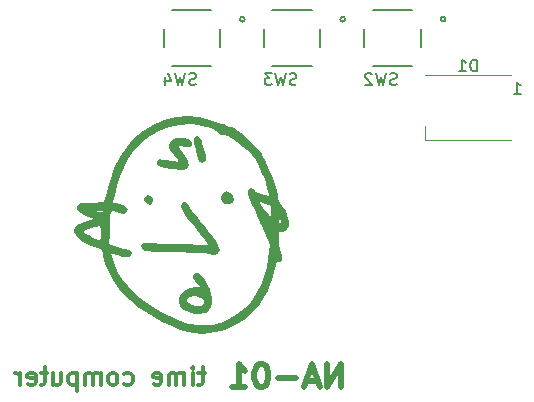
<source format=gbr>
G04 #@! TF.GenerationSoftware,KiCad,Pcbnew,(5.99.0-8454-g713af6630f)*
G04 #@! TF.CreationDate,2021-06-14T20:06:33-07:00*
G04 #@! TF.ProjectId,MFW007B,4d465730-3037-4422-9e6b-696361645f70,1*
G04 #@! TF.SameCoordinates,Original*
G04 #@! TF.FileFunction,Legend,Bot*
G04 #@! TF.FilePolarity,Positive*
%FSLAX46Y46*%
G04 Gerber Fmt 4.6, Leading zero omitted, Abs format (unit mm)*
G04 Created by KiCad (PCBNEW (5.99.0-8454-g713af6630f)) date 2021-06-14 20:06:33*
%MOMM*%
%LPD*%
G01*
G04 APERTURE LIST*
%ADD10C,0.500000*%
%ADD11C,0.300000*%
%ADD12C,0.150000*%
%ADD13C,0.120000*%
%ADD14C,0.152400*%
%ADD15R,1.700000X1.700000*%
%ADD16O,1.700000X1.700000*%
%ADD17C,2.700000*%
%ADD18C,0.650000*%
%ADD19O,2.216000X1.108000*%
%ADD20C,2.800000*%
%ADD21C,1.398000*%
%ADD22C,3.200000*%
%ADD23C,2.550000*%
%ADD24R,1.500000X1.000000*%
%ADD25R,1.549400X0.990600*%
G04 APERTURE END LIST*
D10*
X158121428Y-111804761D02*
X158121428Y-109804761D01*
X156978571Y-111804761D01*
X156978571Y-109804761D01*
X156121428Y-111233333D02*
X155169047Y-111233333D01*
X156311904Y-111804761D02*
X155645238Y-109804761D01*
X154978571Y-111804761D01*
X154311904Y-111042857D02*
X152788095Y-111042857D01*
X151454761Y-109804761D02*
X151264285Y-109804761D01*
X151073809Y-109900000D01*
X150978571Y-109995238D01*
X150883333Y-110185714D01*
X150788095Y-110566666D01*
X150788095Y-111042857D01*
X150883333Y-111423809D01*
X150978571Y-111614285D01*
X151073809Y-111709523D01*
X151264285Y-111804761D01*
X151454761Y-111804761D01*
X151645238Y-111709523D01*
X151740476Y-111614285D01*
X151835714Y-111423809D01*
X151930952Y-111042857D01*
X151930952Y-110566666D01*
X151835714Y-110185714D01*
X151740476Y-109995238D01*
X151645238Y-109900000D01*
X151454761Y-109804761D01*
X148883333Y-111804761D02*
X150026190Y-111804761D01*
X149454761Y-111804761D02*
X149454761Y-109804761D01*
X149645238Y-110090476D01*
X149835714Y-110280952D01*
X150026190Y-110376190D01*
D11*
X146621428Y-110578571D02*
X146050000Y-110578571D01*
X146407142Y-110078571D02*
X146407142Y-111364285D01*
X146335714Y-111507142D01*
X146192857Y-111578571D01*
X146050000Y-111578571D01*
X145550000Y-111578571D02*
X145550000Y-110578571D01*
X145550000Y-110078571D02*
X145621428Y-110150000D01*
X145550000Y-110221428D01*
X145478571Y-110150000D01*
X145550000Y-110078571D01*
X145550000Y-110221428D01*
X144835714Y-111578571D02*
X144835714Y-110578571D01*
X144835714Y-110721428D02*
X144764285Y-110650000D01*
X144621428Y-110578571D01*
X144407142Y-110578571D01*
X144264285Y-110650000D01*
X144192857Y-110792857D01*
X144192857Y-111578571D01*
X144192857Y-110792857D02*
X144121428Y-110650000D01*
X143978571Y-110578571D01*
X143764285Y-110578571D01*
X143621428Y-110650000D01*
X143550000Y-110792857D01*
X143550000Y-111578571D01*
X142264285Y-111507142D02*
X142407142Y-111578571D01*
X142692857Y-111578571D01*
X142835714Y-111507142D01*
X142907142Y-111364285D01*
X142907142Y-110792857D01*
X142835714Y-110650000D01*
X142692857Y-110578571D01*
X142407142Y-110578571D01*
X142264285Y-110650000D01*
X142192857Y-110792857D01*
X142192857Y-110935714D01*
X142907142Y-111078571D01*
X139764285Y-111507142D02*
X139907142Y-111578571D01*
X140192857Y-111578571D01*
X140335714Y-111507142D01*
X140407142Y-111435714D01*
X140478571Y-111292857D01*
X140478571Y-110864285D01*
X140407142Y-110721428D01*
X140335714Y-110650000D01*
X140192857Y-110578571D01*
X139907142Y-110578571D01*
X139764285Y-110650000D01*
X138907142Y-111578571D02*
X139050000Y-111507142D01*
X139121428Y-111435714D01*
X139192857Y-111292857D01*
X139192857Y-110864285D01*
X139121428Y-110721428D01*
X139050000Y-110650000D01*
X138907142Y-110578571D01*
X138692857Y-110578571D01*
X138550000Y-110650000D01*
X138478571Y-110721428D01*
X138407142Y-110864285D01*
X138407142Y-111292857D01*
X138478571Y-111435714D01*
X138550000Y-111507142D01*
X138692857Y-111578571D01*
X138907142Y-111578571D01*
X137764285Y-111578571D02*
X137764285Y-110578571D01*
X137764285Y-110721428D02*
X137692857Y-110650000D01*
X137550000Y-110578571D01*
X137335714Y-110578571D01*
X137192857Y-110650000D01*
X137121428Y-110792857D01*
X137121428Y-111578571D01*
X137121428Y-110792857D02*
X137050000Y-110650000D01*
X136907142Y-110578571D01*
X136692857Y-110578571D01*
X136550000Y-110650000D01*
X136478571Y-110792857D01*
X136478571Y-111578571D01*
X135764285Y-110578571D02*
X135764285Y-112078571D01*
X135764285Y-110650000D02*
X135621428Y-110578571D01*
X135335714Y-110578571D01*
X135192857Y-110650000D01*
X135121428Y-110721428D01*
X135050000Y-110864285D01*
X135050000Y-111292857D01*
X135121428Y-111435714D01*
X135192857Y-111507142D01*
X135335714Y-111578571D01*
X135621428Y-111578571D01*
X135764285Y-111507142D01*
X133764285Y-110578571D02*
X133764285Y-111578571D01*
X134407142Y-110578571D02*
X134407142Y-111364285D01*
X134335714Y-111507142D01*
X134192857Y-111578571D01*
X133978571Y-111578571D01*
X133835714Y-111507142D01*
X133764285Y-111435714D01*
X133264285Y-110578571D02*
X132692857Y-110578571D01*
X133050000Y-110078571D02*
X133050000Y-111364285D01*
X132978571Y-111507142D01*
X132835714Y-111578571D01*
X132692857Y-111578571D01*
X131621428Y-111507142D02*
X131764285Y-111578571D01*
X132050000Y-111578571D01*
X132192857Y-111507142D01*
X132264285Y-111364285D01*
X132264285Y-110792857D01*
X132192857Y-110650000D01*
X132050000Y-110578571D01*
X131764285Y-110578571D01*
X131621428Y-110650000D01*
X131550000Y-110792857D01*
X131550000Y-110935714D01*
X132264285Y-111078571D01*
X130907142Y-111578571D02*
X130907142Y-110578571D01*
X130907142Y-110864285D02*
X130835714Y-110721428D01*
X130764285Y-110650000D01*
X130621428Y-110578571D01*
X130478571Y-110578571D01*
D12*
X169638095Y-85052380D02*
X169638095Y-84052380D01*
X169400000Y-84052380D01*
X169257142Y-84100000D01*
X169161904Y-84195238D01*
X169114285Y-84290476D01*
X169066666Y-84480952D01*
X169066666Y-84623809D01*
X169114285Y-84814285D01*
X169161904Y-84909523D01*
X169257142Y-85004761D01*
X169400000Y-85052380D01*
X169638095Y-85052380D01*
X168114285Y-85052380D02*
X168685714Y-85052380D01*
X168400000Y-85052380D02*
X168400000Y-84052380D01*
X168495238Y-84195238D01*
X168590476Y-84290476D01*
X168685714Y-84338095D01*
X172764285Y-86952380D02*
X173335714Y-86952380D01*
X173050000Y-86952380D02*
X173050000Y-85952380D01*
X173145238Y-86095238D01*
X173240476Y-86190476D01*
X173335714Y-86238095D01*
X162833333Y-86154761D02*
X162690476Y-86202380D01*
X162452380Y-86202380D01*
X162357142Y-86154761D01*
X162309523Y-86107142D01*
X162261904Y-86011904D01*
X162261904Y-85916666D01*
X162309523Y-85821428D01*
X162357142Y-85773809D01*
X162452380Y-85726190D01*
X162642857Y-85678571D01*
X162738095Y-85630952D01*
X162785714Y-85583333D01*
X162833333Y-85488095D01*
X162833333Y-85392857D01*
X162785714Y-85297619D01*
X162738095Y-85250000D01*
X162642857Y-85202380D01*
X162404761Y-85202380D01*
X162261904Y-85250000D01*
X161928571Y-85202380D02*
X161690476Y-86202380D01*
X161500000Y-85488095D01*
X161309523Y-86202380D01*
X161071428Y-85202380D01*
X160738095Y-85297619D02*
X160690476Y-85250000D01*
X160595238Y-85202380D01*
X160357142Y-85202380D01*
X160261904Y-85250000D01*
X160214285Y-85297619D01*
X160166666Y-85392857D01*
X160166666Y-85488095D01*
X160214285Y-85630952D01*
X160785714Y-86202380D01*
X160166666Y-86202380D01*
X154333333Y-86154761D02*
X154190476Y-86202380D01*
X153952380Y-86202380D01*
X153857142Y-86154761D01*
X153809523Y-86107142D01*
X153761904Y-86011904D01*
X153761904Y-85916666D01*
X153809523Y-85821428D01*
X153857142Y-85773809D01*
X153952380Y-85726190D01*
X154142857Y-85678571D01*
X154238095Y-85630952D01*
X154285714Y-85583333D01*
X154333333Y-85488095D01*
X154333333Y-85392857D01*
X154285714Y-85297619D01*
X154238095Y-85250000D01*
X154142857Y-85202380D01*
X153904761Y-85202380D01*
X153761904Y-85250000D01*
X153428571Y-85202380D02*
X153190476Y-86202380D01*
X153000000Y-85488095D01*
X152809523Y-86202380D01*
X152571428Y-85202380D01*
X152285714Y-85202380D02*
X151666666Y-85202380D01*
X152000000Y-85583333D01*
X151857142Y-85583333D01*
X151761904Y-85630952D01*
X151714285Y-85678571D01*
X151666666Y-85773809D01*
X151666666Y-86011904D01*
X151714285Y-86107142D01*
X151761904Y-86154761D01*
X151857142Y-86202380D01*
X152142857Y-86202380D01*
X152238095Y-86154761D01*
X152285714Y-86107142D01*
X145833333Y-86154761D02*
X145690476Y-86202380D01*
X145452380Y-86202380D01*
X145357142Y-86154761D01*
X145309523Y-86107142D01*
X145261904Y-86011904D01*
X145261904Y-85916666D01*
X145309523Y-85821428D01*
X145357142Y-85773809D01*
X145452380Y-85726190D01*
X145642857Y-85678571D01*
X145738095Y-85630952D01*
X145785714Y-85583333D01*
X145833333Y-85488095D01*
X145833333Y-85392857D01*
X145785714Y-85297619D01*
X145738095Y-85250000D01*
X145642857Y-85202380D01*
X145404761Y-85202380D01*
X145261904Y-85250000D01*
X144928571Y-85202380D02*
X144690476Y-86202380D01*
X144500000Y-85488095D01*
X144309523Y-86202380D01*
X144071428Y-85202380D01*
X143261904Y-85535714D02*
X143261904Y-86202380D01*
X143500000Y-85154761D02*
X143738095Y-85869047D01*
X143119047Y-85869047D01*
D13*
X172550000Y-90850000D02*
X165250000Y-90850000D01*
X172550000Y-85350000D02*
X165250000Y-85350000D01*
X165250000Y-90850000D02*
X165250000Y-89700000D01*
D14*
X160103780Y-83000639D02*
X160103780Y-81456721D01*
X164853580Y-81456721D02*
X164853580Y-83000639D01*
X160808766Y-79853780D02*
X164148594Y-79853780D01*
X164148594Y-84603580D02*
X160808766Y-84603580D01*
X166970580Y-80628679D02*
G75*
G03*
X166970580Y-80628679I-203200J0D01*
G01*
G36*
X147133376Y-105038469D02*
G01*
X146962646Y-105288573D01*
X146688183Y-105470321D01*
X146519148Y-105532952D01*
X146104661Y-105590921D01*
X145654937Y-105553289D01*
X145213768Y-105430247D01*
X144824946Y-105231983D01*
X144532265Y-104968688D01*
X144486392Y-104904678D01*
X144370580Y-104608761D01*
X144378234Y-104392543D01*
X145076089Y-104392543D01*
X145096307Y-104539678D01*
X145132228Y-104582333D01*
X145292603Y-104698073D01*
X145509620Y-104803162D01*
X145879661Y-104909342D01*
X146181966Y-104922348D01*
X146397871Y-104844325D01*
X146509098Y-104677570D01*
X146528483Y-104483921D01*
X146458279Y-104320823D01*
X146291990Y-104262426D01*
X146174858Y-104241147D01*
X146027810Y-104149704D01*
X145952944Y-104088235D01*
X145768531Y-104040778D01*
X145552234Y-104062721D01*
X145340457Y-104138824D01*
X145169607Y-104253845D01*
X145076089Y-104392543D01*
X144378234Y-104392543D01*
X144381420Y-104302523D01*
X144503147Y-104006531D01*
X144719993Y-103741352D01*
X145016191Y-103527553D01*
X145375976Y-103385702D01*
X145783580Y-103336367D01*
X145936246Y-103333141D01*
X146110332Y-103313468D01*
X146178106Y-103281411D01*
X146148290Y-103224129D01*
X146039171Y-103083199D01*
X145877514Y-102900603D01*
X145755946Y-102755936D01*
X145626780Y-102556013D01*
X145576923Y-102408484D01*
X145578287Y-102382838D01*
X145659331Y-102218436D01*
X145826692Y-102119238D01*
X146026021Y-102120142D01*
X146149918Y-102183519D01*
X146370245Y-102388263D01*
X146594784Y-102690738D01*
X146806716Y-103060208D01*
X146989220Y-103465935D01*
X147125479Y-103877180D01*
X147198672Y-104263206D01*
X147203827Y-104483921D01*
X147208872Y-104699919D01*
X147133376Y-105038469D01*
G37*
G36*
X153679711Y-98139460D02*
G01*
X153590451Y-98414710D01*
X153411110Y-98574618D01*
X153135964Y-98626332D01*
X152879621Y-98626332D01*
X152849440Y-99096006D01*
X152843903Y-99324127D01*
X152883281Y-99696873D01*
X152904156Y-99777349D01*
X152993061Y-100120095D01*
X152999820Y-100141745D01*
X153112936Y-100555465D01*
X153153816Y-100851490D01*
X153120029Y-101044617D01*
X153009145Y-101149641D01*
X152818732Y-101181361D01*
X152805931Y-101181497D01*
X152702747Y-101203673D01*
X152632143Y-101284844D01*
X152578431Y-101455210D01*
X152525918Y-101744971D01*
X152524862Y-101751533D01*
X152454053Y-102072271D01*
X152338982Y-102473867D01*
X152197586Y-102901932D01*
X152047801Y-103302081D01*
X151907564Y-103619925D01*
X151759128Y-103901056D01*
X151228119Y-104720816D01*
X150605603Y-105442756D01*
X149904111Y-106056941D01*
X149136176Y-106553435D01*
X148314327Y-106922301D01*
X147451097Y-107153602D01*
X146975741Y-107223972D01*
X146365879Y-107259034D01*
X145767068Y-107221073D01*
X145154406Y-107104978D01*
X144502995Y-106905638D01*
X143787933Y-106617941D01*
X142984319Y-106236777D01*
X142001606Y-105696041D01*
X141057538Y-105068230D01*
X140232230Y-104396531D01*
X139535790Y-103689225D01*
X138978327Y-102954595D01*
X138966078Y-102935629D01*
X138722178Y-102512218D01*
X138482560Y-102019877D01*
X138267493Y-101506767D01*
X138097241Y-101021047D01*
X137992071Y-100610878D01*
X137955340Y-100421373D01*
X137916052Y-100241843D01*
X137893337Y-100167694D01*
X137882259Y-100162834D01*
X137767605Y-100119445D01*
X137557276Y-100042492D01*
X137285575Y-99944567D01*
X137251861Y-99932364D01*
X136748564Y-99717610D01*
X136633944Y-99652979D01*
X138496257Y-99652979D01*
X139247524Y-99891135D01*
X139479305Y-99963032D01*
X139771895Y-100048861D01*
X139992253Y-100107549D01*
X140105075Y-100129290D01*
X140185549Y-100142505D01*
X140321241Y-100249084D01*
X140385095Y-100418119D01*
X140364378Y-100595679D01*
X140246360Y-100727830D01*
X140080012Y-100787916D01*
X139875329Y-100793342D01*
X139603489Y-100738007D01*
X139231048Y-100618303D01*
X139192772Y-100604919D01*
X138942333Y-100523718D01*
X138757443Y-100474518D01*
X138675753Y-100467541D01*
X138674542Y-100516523D01*
X138715414Y-100680816D01*
X138795159Y-100927323D01*
X138901890Y-101223452D01*
X139023722Y-101536609D01*
X139148767Y-101834202D01*
X139265138Y-102083636D01*
X139584034Y-102617737D01*
X140086007Y-103252353D01*
X140704667Y-103874340D01*
X141422038Y-104470216D01*
X142220141Y-105026503D01*
X143080996Y-105529718D01*
X143986627Y-105966382D01*
X144919055Y-106323016D01*
X145372156Y-106442061D01*
X146014307Y-106531725D01*
X146678484Y-106550060D01*
X147313692Y-106496260D01*
X147868935Y-106369523D01*
X147958690Y-106338947D01*
X148661303Y-106026950D01*
X149348253Y-105602591D01*
X149976060Y-105096125D01*
X150501247Y-104537807D01*
X150650157Y-104346206D01*
X151052226Y-103752279D01*
X151373105Y-103135263D01*
X151625083Y-102464222D01*
X151820448Y-101708217D01*
X151971489Y-100836308D01*
X152121266Y-99777349D01*
X151404428Y-98147872D01*
X151295779Y-97901527D01*
X151156762Y-97588613D01*
X152867423Y-97588613D01*
X152868025Y-97628606D01*
X152892341Y-97813247D01*
X152941420Y-97912426D01*
X152961594Y-97918469D01*
X153003198Y-97858811D01*
X153013704Y-97721551D01*
X152993111Y-97559124D01*
X152941420Y-97423965D01*
X152910233Y-97387002D01*
X152877599Y-97419953D01*
X152867423Y-97588613D01*
X151156762Y-97588613D01*
X151084452Y-97425850D01*
X150887593Y-96987048D01*
X150716611Y-96610340D01*
X150582915Y-96320947D01*
X150497915Y-96144088D01*
X150479362Y-96106574D01*
X151302992Y-96106574D01*
X151303966Y-96170110D01*
X151385086Y-96335473D01*
X151543827Y-96577341D01*
X151768016Y-96875587D01*
X151928137Y-97069158D01*
X152061653Y-97213601D01*
X152133580Y-97270113D01*
X152156040Y-97237993D01*
X152180455Y-97093360D01*
X152189941Y-96871155D01*
X152189941Y-96468641D01*
X151759968Y-96274106D01*
X151553101Y-96185220D01*
X151379734Y-96120959D01*
X151302992Y-96106574D01*
X150479362Y-96106574D01*
X150473502Y-96094726D01*
X150334333Y-95746563D01*
X150262140Y-95432255D01*
X150261413Y-95182835D01*
X150336641Y-95029335D01*
X150349129Y-95019495D01*
X150542150Y-94954534D01*
X150738594Y-95004234D01*
X150874852Y-95153876D01*
X150963515Y-95269541D01*
X151137870Y-95361611D01*
X151193894Y-95373558D01*
X151413235Y-95430723D01*
X151661180Y-95505235D01*
X151768599Y-95537729D01*
X151944565Y-95579559D01*
X152027949Y-95582012D01*
X152034991Y-95563948D01*
X152023289Y-95427974D01*
X151970181Y-95191515D01*
X151884406Y-94884477D01*
X151774707Y-94536763D01*
X151649822Y-94178277D01*
X151518491Y-93838926D01*
X151474592Y-93734559D01*
X151292057Y-93330646D01*
X151089765Y-92917715D01*
X150903991Y-92570635D01*
X150902870Y-92568674D01*
X150743241Y-92304710D01*
X150587284Y-92091544D01*
X150403132Y-91895168D01*
X150158919Y-91681575D01*
X149822781Y-91416758D01*
X149667511Y-91297578D01*
X149287801Y-91008734D01*
X148998297Y-90795845D01*
X148778072Y-90646476D01*
X148606203Y-90548194D01*
X148461763Y-90488564D01*
X148323828Y-90455153D01*
X148171474Y-90435526D01*
X147942256Y-90399827D01*
X147794855Y-90332115D01*
X147705233Y-90211729D01*
X147572692Y-90068048D01*
X147285424Y-89917039D01*
X146849987Y-89774996D01*
X146265430Y-89641543D01*
X146196095Y-89628423D01*
X145311143Y-89540997D01*
X144427441Y-89594645D01*
X143561825Y-89781705D01*
X142731134Y-90094512D01*
X141952205Y-90525405D01*
X141241877Y-91066721D01*
X140616986Y-91710797D01*
X140094370Y-92449971D01*
X140007208Y-92606320D01*
X139832919Y-92956941D01*
X139653555Y-93356153D01*
X139496601Y-93744434D01*
X139398777Y-94017162D01*
X139275135Y-94391724D01*
X139153626Y-94787188D01*
X139041763Y-95176289D01*
X138947058Y-95531762D01*
X138877023Y-95826341D01*
X138839171Y-96032761D01*
X138841015Y-96123757D01*
X138841036Y-96123778D01*
X138926742Y-96156758D01*
X139117954Y-96209952D01*
X139373317Y-96271854D01*
X139705589Y-96372403D01*
X139954181Y-96517046D01*
X140059737Y-96690818D01*
X140019595Y-96891168D01*
X140017351Y-96895334D01*
X139849558Y-97095783D01*
X139641572Y-97151416D01*
X139392984Y-97062344D01*
X139384823Y-97057503D01*
X139147938Y-96945162D01*
X138915406Y-96873664D01*
X138844099Y-96862564D01*
X138750760Y-96866131D01*
X138746569Y-96868901D01*
X138681228Y-96912086D01*
X138631035Y-97018408D01*
X138595711Y-97203077D01*
X138570787Y-97484073D01*
X138551794Y-97879375D01*
X138534261Y-98406963D01*
X138522986Y-98776628D01*
X138496257Y-99652979D01*
X136633944Y-99652979D01*
X136310978Y-99470868D01*
X135955101Y-99205913D01*
X135696929Y-98936520D01*
X135552461Y-98676463D01*
X135547023Y-98589208D01*
X136355576Y-98589208D01*
X136388662Y-98672043D01*
X136516297Y-98779880D01*
X136753200Y-98923676D01*
X137114090Y-99114388D01*
X137163017Y-99139113D01*
X137414758Y-99260288D01*
X137611891Y-99345572D01*
X137715274Y-99377811D01*
X137758678Y-99318303D01*
X137788857Y-99116056D01*
X137799112Y-98776628D01*
X137797884Y-98505196D01*
X137787537Y-98314911D01*
X137757931Y-98216977D01*
X137698923Y-98180714D01*
X137600371Y-98175444D01*
X137443264Y-98193120D01*
X137198532Y-98247270D01*
X136924467Y-98324531D01*
X136665137Y-98411228D01*
X136464609Y-98493683D01*
X136366951Y-98558223D01*
X136355576Y-98589208D01*
X135547023Y-98589208D01*
X135537694Y-98439519D01*
X135594367Y-98312448D01*
X135805472Y-98095995D01*
X136151315Y-97889916D01*
X136622033Y-97700928D01*
X137173355Y-97515510D01*
X136802012Y-97392169D01*
X136682871Y-97348289D01*
X136367757Y-97206087D01*
X136081606Y-97047460D01*
X136068598Y-97039141D01*
X135852822Y-96860355D01*
X137348225Y-96860355D01*
X137629955Y-96947234D01*
X137638792Y-96949933D01*
X137852670Y-96992455D01*
X137956859Y-96961021D01*
X137960258Y-96955389D01*
X137973619Y-96868901D01*
X137870991Y-96831222D01*
X137637568Y-96836583D01*
X137348225Y-96860355D01*
X135852822Y-96860355D01*
X135824290Y-96836714D01*
X135729039Y-96636119D01*
X135781954Y-96429845D01*
X135982143Y-96210385D01*
X135991782Y-96208656D01*
X136110809Y-96199850D01*
X136343587Y-96186836D01*
X136662711Y-96171075D01*
X137040775Y-96154024D01*
X138085987Y-96108876D01*
X138300499Y-95282249D01*
X138398517Y-94910955D01*
X138549077Y-94377219D01*
X138693559Y-93924785D01*
X138846686Y-93512158D01*
X139023177Y-93097842D01*
X139237754Y-92640343D01*
X139415991Y-92295154D01*
X139962140Y-91451198D01*
X140610763Y-90715970D01*
X141357785Y-90093072D01*
X142199133Y-89586105D01*
X143130734Y-89198672D01*
X143156047Y-89190253D01*
X144116054Y-88949827D01*
X145087312Y-88859270D01*
X146069792Y-88918581D01*
X147063460Y-89127758D01*
X148068286Y-89486800D01*
X148206313Y-89545008D01*
X148482542Y-89654785D01*
X148696770Y-89730912D01*
X148811375Y-89759581D01*
X148896154Y-89772403D01*
X149137480Y-89876654D01*
X149442032Y-90070073D01*
X149788436Y-90333785D01*
X150155320Y-90648912D01*
X150521310Y-90996579D01*
X150865035Y-91357908D01*
X151165121Y-91714024D01*
X151400196Y-92046049D01*
X151429035Y-92092977D01*
X151660288Y-92510516D01*
X151895662Y-92999625D01*
X152124384Y-93531181D01*
X152335680Y-94076056D01*
X152518776Y-94605126D01*
X152662898Y-95089263D01*
X152757272Y-95499343D01*
X152791124Y-95806240D01*
X152794860Y-95835173D01*
X152860702Y-95998516D01*
X152991726Y-96227853D01*
X153155887Y-96468641D01*
X153165751Y-96483109D01*
X153171205Y-96490506D01*
X153426405Y-96870102D01*
X153586134Y-97203163D01*
X153668717Y-97540073D01*
X153679742Y-97721551D01*
X153692480Y-97931213D01*
X153679711Y-98139460D01*
G37*
G36*
X148589337Y-95237109D02*
G01*
X148805826Y-95383491D01*
X148984590Y-95641367D01*
X149005463Y-95684511D01*
X149075218Y-95857647D01*
X149074426Y-95976155D01*
X149006067Y-96104292D01*
X148908962Y-96213829D01*
X148766428Y-96268119D01*
X148529169Y-96279966D01*
X148272112Y-96263538D01*
X148091508Y-96197145D01*
X148004646Y-96056687D01*
X147982807Y-95817870D01*
X147984290Y-95728019D01*
X148012945Y-95505421D01*
X148097870Y-95364175D01*
X148264897Y-95252512D01*
X148362361Y-95216936D01*
X148589337Y-95237109D01*
G37*
G36*
X142003479Y-95570224D02*
G01*
X142165362Y-95785543D01*
X142227697Y-95922053D01*
X142234913Y-96048588D01*
X142157834Y-96194354D01*
X142118426Y-96246982D01*
X141950935Y-96351367D01*
X141763682Y-96314003D01*
X141574905Y-96136694D01*
X141476029Y-95911889D01*
X141508429Y-95702368D01*
X141668876Y-95545456D01*
X141817667Y-95502094D01*
X142003479Y-95570224D01*
G37*
G36*
X144915853Y-90708830D02*
G01*
X145194376Y-90804512D01*
X145396733Y-90944544D01*
X145486787Y-91118526D01*
X145482247Y-91283638D01*
X145388263Y-91418805D01*
X145186568Y-91460867D01*
X144869220Y-91413618D01*
X144705172Y-91379969D01*
X144499116Y-91356314D01*
X144384585Y-91368358D01*
X144380128Y-91371960D01*
X144393144Y-91462527D01*
X144505499Y-91642821D01*
X144709108Y-91899607D01*
X144752555Y-91951854D01*
X144950300Y-92215858D01*
X145107045Y-92465829D01*
X145192069Y-92653794D01*
X145203825Y-92701025D01*
X145223128Y-92970182D01*
X145164021Y-93189548D01*
X145036957Y-93314589D01*
X144958070Y-93335282D01*
X144716130Y-93357494D01*
X144391914Y-93358052D01*
X144028867Y-93338699D01*
X143670434Y-93301181D01*
X143360059Y-93247242D01*
X143207393Y-93212243D01*
X142882097Y-93130831D01*
X142672839Y-93060392D01*
X142556460Y-92988486D01*
X142509805Y-92902676D01*
X142509714Y-92790524D01*
X142512705Y-92767623D01*
X142557175Y-92615006D01*
X142653267Y-92524481D01*
X142824195Y-92490882D01*
X143093170Y-92509041D01*
X143483407Y-92573792D01*
X143693989Y-92612763D01*
X144048268Y-92670175D01*
X144269663Y-92684398D01*
X144367658Y-92648120D01*
X144351738Y-92554032D01*
X144231385Y-92394823D01*
X144016085Y-92163182D01*
X143940858Y-92084306D01*
X143737816Y-91858613D01*
X143618486Y-91691421D01*
X143562108Y-91548739D01*
X143547929Y-91396580D01*
X143547939Y-91392356D01*
X143612061Y-91106644D01*
X143805054Y-90887665D01*
X144132705Y-90728813D01*
X144274852Y-90692120D01*
X144597300Y-90667900D01*
X144915853Y-90708830D01*
G37*
G36*
X146138607Y-90614905D02*
G01*
X146265826Y-90738889D01*
X146328412Y-90906614D01*
X146330061Y-90934112D01*
X146362518Y-91112517D01*
X146427965Y-91374958D01*
X146515154Y-91675148D01*
X146583487Y-91901519D01*
X146665152Y-92215448D01*
X146695692Y-92431132D01*
X146677750Y-92575284D01*
X146613964Y-92674616D01*
X146524873Y-92728485D01*
X146347112Y-92764793D01*
X146318384Y-92763372D01*
X146214764Y-92724183D01*
X146121555Y-92616574D01*
X146028837Y-92420795D01*
X145926692Y-92117098D01*
X145805202Y-91685730D01*
X145728577Y-91384402D01*
X145671337Y-91088324D01*
X145664322Y-90882518D01*
X145707400Y-90737758D01*
X145800441Y-90624820D01*
X145896558Y-90547845D01*
X145995179Y-90535202D01*
X146138607Y-90614905D01*
G37*
G36*
X145090289Y-96181435D02*
G01*
X145242267Y-96406250D01*
X145253659Y-96428432D01*
X145360440Y-96597023D01*
X145536931Y-96845376D01*
X145761417Y-97143705D01*
X146012179Y-97462225D01*
X146210975Y-97709209D01*
X146583007Y-98172901D01*
X146877524Y-98543240D01*
X147106450Y-98836161D01*
X147281708Y-99067598D01*
X147415222Y-99253487D01*
X147518915Y-99409762D01*
X147604712Y-99552360D01*
X147684536Y-99697214D01*
X147704315Y-99734435D01*
X147820885Y-99978027D01*
X147857825Y-100147102D01*
X147815822Y-100288402D01*
X147695561Y-100448669D01*
X147599990Y-100534442D01*
X147479394Y-100569204D01*
X147294212Y-100555500D01*
X147004733Y-100496056D01*
X146922970Y-100483549D01*
X146683163Y-100462549D01*
X146326647Y-100441000D01*
X145874036Y-100419829D01*
X145345941Y-100399958D01*
X144762978Y-100382314D01*
X144145759Y-100367820D01*
X143606691Y-100356598D01*
X143017971Y-100342681D01*
X142551396Y-100328732D01*
X142190976Y-100313671D01*
X141920725Y-100296419D01*
X141724654Y-100275897D01*
X141586775Y-100251026D01*
X141491102Y-100220727D01*
X141421646Y-100183919D01*
X141385478Y-100157921D01*
X141254691Y-99991570D01*
X141224021Y-99809867D01*
X141281443Y-99651902D01*
X141414933Y-99556765D01*
X141612469Y-99563544D01*
X141621724Y-99565482D01*
X141748770Y-99576449D01*
X141998185Y-99590029D01*
X142349004Y-99605584D01*
X142780262Y-99622476D01*
X143270992Y-99640066D01*
X143800227Y-99657718D01*
X144347003Y-99674793D01*
X144890353Y-99690652D01*
X145409310Y-99704659D01*
X145882910Y-99716174D01*
X146290185Y-99724561D01*
X146610170Y-99729181D01*
X146821898Y-99729396D01*
X146904404Y-99724569D01*
X146884401Y-99683304D01*
X146787713Y-99545426D01*
X146628348Y-99333500D01*
X146424506Y-99070910D01*
X146194384Y-98781043D01*
X145956183Y-98487284D01*
X145728100Y-98213018D01*
X145478538Y-97912564D01*
X145096480Y-97421953D01*
X144822748Y-97019308D01*
X144654032Y-96697678D01*
X144587018Y-96450111D01*
X144618395Y-96269656D01*
X144744852Y-96149363D01*
X144914805Y-96103219D01*
X145090289Y-96181435D01*
G37*
X152308766Y-79853780D02*
X155648594Y-79853780D01*
X155648594Y-84603580D02*
X152308766Y-84603580D01*
X156353580Y-81456721D02*
X156353580Y-83000639D01*
X151603780Y-83000639D02*
X151603780Y-81456721D01*
X158470580Y-80628679D02*
G75*
G03*
X158470580Y-80628679I-203200J0D01*
G01*
X147148594Y-84603580D02*
X143808766Y-84603580D01*
X143808766Y-79853780D02*
X147148594Y-79853780D01*
X143103780Y-83000639D02*
X143103780Y-81456721D01*
X147853580Y-81456721D02*
X147853580Y-83000639D01*
X149970580Y-80628679D02*
G75*
G03*
X149970580Y-80628679I-203200J0D01*
G01*
%LPC*%
D15*
X168000000Y-96860000D03*
D16*
X170540000Y-96860000D03*
X168000000Y-99400000D03*
X170540000Y-99400000D03*
X168000000Y-101940000D03*
X170540000Y-101940000D03*
D17*
X91378680Y-118128680D03*
X169378680Y-82128680D03*
D15*
X170500000Y-105700000D03*
D16*
X170500000Y-108240000D03*
X170500000Y-110780000D03*
X170500000Y-113320000D03*
D18*
X97303680Y-87653680D03*
X97303680Y-88503680D03*
X97303680Y-89353680D03*
X97303680Y-90203680D03*
X97303680Y-91053680D03*
X97303680Y-91903680D03*
X97303680Y-92753680D03*
X97303680Y-93603680D03*
X95953680Y-93603680D03*
X95953680Y-92753680D03*
X95953680Y-91903680D03*
X95953680Y-91053680D03*
X95953680Y-90203680D03*
X95953680Y-89353680D03*
X95953680Y-88503680D03*
X95953680Y-87653680D03*
D19*
X96323680Y-86303680D03*
X96323680Y-94953680D03*
X92943680Y-94953680D03*
X92943680Y-86303680D03*
D17*
X91378680Y-82128680D03*
X169378680Y-118128680D03*
D20*
X145000000Y-115000000D03*
D21*
X105928680Y-111343680D03*
X108468680Y-110073680D03*
X105928680Y-108803680D03*
X108468680Y-107533680D03*
X105928680Y-106263680D03*
X105928680Y-103723680D03*
X108468680Y-102453680D03*
X105928680Y-101183680D03*
X108468680Y-99913680D03*
X97038680Y-112353680D03*
X95008680Y-112353680D03*
X97038680Y-98903680D03*
X95008680Y-98903680D03*
D22*
X99578680Y-99913680D03*
X99578680Y-111343680D03*
D23*
X102628680Y-113503680D03*
X102628680Y-97753680D03*
D15*
X132000000Y-92500000D03*
D16*
X132000000Y-95040000D03*
X129460000Y-92500000D03*
X129460000Y-95040000D03*
X126920000Y-92500000D03*
X126920000Y-95040000D03*
X124380000Y-92500000D03*
X124380000Y-95040000D03*
X121840000Y-92500000D03*
X121840000Y-95040000D03*
X119300000Y-92500000D03*
X119300000Y-95040000D03*
X116760000Y-92500000D03*
X116760000Y-95040000D03*
D24*
X171350000Y-86500000D03*
X171350000Y-89700000D03*
X166450000Y-89700000D03*
X166450000Y-86500000D03*
D25*
X165103681Y-80628681D03*
X159853679Y-80628681D03*
X165103681Y-83828679D03*
X159853679Y-83828679D03*
X156603681Y-80628681D03*
X151353679Y-80628681D03*
X156603681Y-83828679D03*
X151353679Y-83828679D03*
X148103681Y-80628681D03*
X142853679Y-80628681D03*
X148103681Y-83828679D03*
X142853679Y-83828679D03*
M02*

</source>
